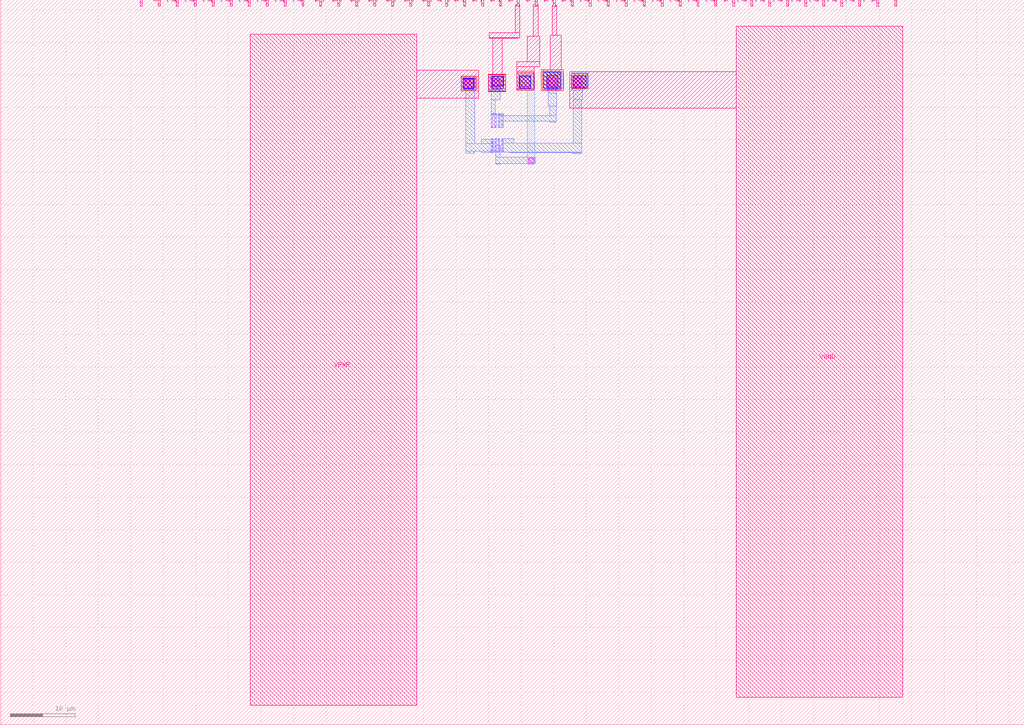
<source format=lef>
VERSION 5.7 ;
  NOWIREEXTENSIONATPIN ON ;
  DIVIDERCHAR "/" ;
  BUSBITCHARS "[]" ;
MACRO tt_um_matt_divider_test
  CLASS BLOCK ;
  FOREIGN tt_um_matt_divider_test ;
  ORIGIN 0.000 0.000 ;
  SIZE 157.320 BY 111.520 ;
  PIN clk
    DIRECTION INPUT ;
    USE SIGNAL ;
    PORT
      LAYER met4 ;
        RECT 134.630 110.520 134.930 111.520 ;
    END
  END clk
  PIN ena
    DIRECTION INPUT ;
    USE SIGNAL ;
    PORT
      LAYER met4 ;
        RECT 137.390 110.520 137.690 111.520 ;
    END
  END ena
  PIN rst_n
    DIRECTION INPUT ;
    USE SIGNAL ;
    PORT
      LAYER met4 ;
        RECT 131.870 110.520 132.170 111.520 ;
    END
  END rst_n
  PIN ui_in[0]
    DIRECTION INPUT ;
    USE SIGNAL ;
    PORT
      LAYER met4 ;
        RECT 129.110 110.520 129.410 111.520 ;
    END
  END ui_in[0]
  PIN ui_in[1]
    DIRECTION INPUT ;
    USE SIGNAL ;
    PORT
      LAYER met4 ;
        RECT 126.350 110.520 126.650 111.520 ;
    END
  END ui_in[1]
  PIN ui_in[2]
    DIRECTION INPUT ;
    USE SIGNAL ;
    PORT
      LAYER met4 ;
        RECT 123.590 110.520 123.890 111.520 ;
    END
  END ui_in[2]
  PIN ui_in[3]
    DIRECTION INPUT ;
    USE SIGNAL ;
    PORT
      LAYER met4 ;
        RECT 120.830 110.520 121.130 111.520 ;
    END
  END ui_in[3]
  PIN ui_in[4]
    DIRECTION INPUT ;
    USE SIGNAL ;
    PORT
      LAYER met4 ;
        RECT 118.070 110.520 118.370 111.520 ;
    END
  END ui_in[4]
  PIN ui_in[5]
    DIRECTION INPUT ;
    USE SIGNAL ;
    PORT
      LAYER met4 ;
        RECT 115.310 110.520 115.610 111.520 ;
    END
  END ui_in[5]
  PIN ui_in[6]
    DIRECTION INPUT ;
    USE SIGNAL ;
    PORT
      LAYER met4 ;
        RECT 112.550 110.520 112.850 111.520 ;
    END
  END ui_in[6]
  PIN ui_in[7]
    DIRECTION INPUT ;
    USE SIGNAL ;
    PORT
      LAYER met4 ;
        RECT 109.790 110.520 110.090 111.520 ;
    END
  END ui_in[7]
  PIN uio_in[0]
    DIRECTION INPUT ;
    USE SIGNAL ;
    PORT
      LAYER met4 ;
        RECT 107.030 110.520 107.330 111.520 ;
    END
  END uio_in[0]
  PIN uio_in[1]
    DIRECTION INPUT ;
    USE SIGNAL ;
    PORT
      LAYER met4 ;
        RECT 104.270 110.520 104.570 111.520 ;
    END
  END uio_in[1]
  PIN uio_in[2]
    DIRECTION INPUT ;
    USE SIGNAL ;
    PORT
      LAYER met4 ;
        RECT 101.510 110.520 101.810 111.520 ;
    END
  END uio_in[2]
  PIN uio_in[3]
    DIRECTION INPUT ;
    USE SIGNAL ;
    PORT
      LAYER met4 ;
        RECT 98.750 110.520 99.050 111.520 ;
    END
  END uio_in[3]
  PIN uio_in[4]
    DIRECTION INPUT ;
    USE SIGNAL ;
    PORT
      LAYER met4 ;
        RECT 95.990 110.520 96.290 111.520 ;
    END
  END uio_in[4]
  PIN uio_in[5]
    DIRECTION INPUT ;
    USE SIGNAL ;
    PORT
      LAYER met4 ;
        RECT 93.230 110.520 93.530 111.520 ;
    END
  END uio_in[5]
  PIN uio_in[6]
    DIRECTION INPUT ;
    USE SIGNAL ;
    PORT
      LAYER met4 ;
        RECT 90.470 110.520 90.770 111.520 ;
    END
  END uio_in[6]
  PIN uio_in[7]
    DIRECTION INPUT ;
    USE SIGNAL ;
    PORT
      LAYER met4 ;
        RECT 87.710 110.520 88.010 111.520 ;
    END
  END uio_in[7]
  PIN uio_oe[0]
    DIRECTION OUTPUT TRISTATE ;
    USE SIGNAL ;
    PORT
      LAYER met4 ;
        RECT 40.790 110.520 41.090 111.520 ;
    END
  END uio_oe[0]
  PIN uio_oe[1]
    DIRECTION OUTPUT TRISTATE ;
    USE SIGNAL ;
    PORT
      LAYER met4 ;
        RECT 38.030 110.520 38.330 111.520 ;
    END
  END uio_oe[1]
  PIN uio_oe[2]
    DIRECTION OUTPUT TRISTATE ;
    USE SIGNAL ;
    PORT
      LAYER met4 ;
        RECT 35.270 110.520 35.570 111.520 ;
    END
  END uio_oe[2]
  PIN uio_oe[3]
    DIRECTION OUTPUT TRISTATE ;
    USE SIGNAL ;
    PORT
      LAYER met4 ;
        RECT 32.510 110.520 32.810 111.520 ;
    END
  END uio_oe[3]
  PIN uio_oe[4]
    DIRECTION OUTPUT TRISTATE ;
    USE SIGNAL ;
    PORT
      LAYER met4 ;
        RECT 29.750 110.520 30.050 111.520 ;
    END
  END uio_oe[4]
  PIN uio_oe[5]
    DIRECTION OUTPUT TRISTATE ;
    USE SIGNAL ;
    PORT
      LAYER met4 ;
        RECT 26.990 110.520 27.290 111.520 ;
    END
  END uio_oe[5]
  PIN uio_oe[6]
    DIRECTION OUTPUT TRISTATE ;
    USE SIGNAL ;
    PORT
      LAYER met4 ;
        RECT 24.230 110.520 24.530 111.520 ;
    END
  END uio_oe[6]
  PIN uio_oe[7]
    DIRECTION OUTPUT TRISTATE ;
    USE SIGNAL ;
    PORT
      LAYER met4 ;
        RECT 21.470 110.520 21.770 111.520 ;
    END
  END uio_oe[7]
  PIN uio_out[0]
    DIRECTION OUTPUT TRISTATE ;
    USE SIGNAL ;
    PORT
      LAYER met4 ;
        RECT 62.870 110.520 63.170 111.520 ;
    END
  END uio_out[0]
  PIN uio_out[1]
    DIRECTION OUTPUT TRISTATE ;
    USE SIGNAL ;
    PORT
      LAYER met4 ;
        RECT 60.110 110.520 60.410 111.520 ;
    END
  END uio_out[1]
  PIN uio_out[2]
    DIRECTION OUTPUT TRISTATE ;
    USE SIGNAL ;
    PORT
      LAYER met4 ;
        RECT 57.350 110.520 57.650 111.520 ;
    END
  END uio_out[2]
  PIN uio_out[3]
    DIRECTION OUTPUT TRISTATE ;
    USE SIGNAL ;
    PORT
      LAYER met4 ;
        RECT 54.590 110.520 54.890 111.520 ;
    END
  END uio_out[3]
  PIN uio_out[4]
    DIRECTION OUTPUT TRISTATE ;
    USE SIGNAL ;
    PORT
      LAYER met4 ;
        RECT 51.830 110.520 52.130 111.520 ;
    END
  END uio_out[4]
  PIN uio_out[5]
    DIRECTION OUTPUT TRISTATE ;
    USE SIGNAL ;
    PORT
      LAYER met4 ;
        RECT 49.070 110.520 49.370 111.520 ;
    END
  END uio_out[5]
  PIN uio_out[6]
    DIRECTION OUTPUT TRISTATE ;
    USE SIGNAL ;
    PORT
      LAYER met4 ;
        RECT 46.310 110.520 46.610 111.520 ;
    END
  END uio_out[6]
  PIN uio_out[7]
    DIRECTION OUTPUT TRISTATE ;
    USE SIGNAL ;
    PORT
      LAYER met4 ;
        RECT 43.550 110.520 43.850 111.520 ;
    END
  END uio_out[7]
  PIN uo_out[0]
    DIRECTION OUTPUT TRISTATE ;
    USE SIGNAL ;
    PORT
      LAYER met4 ;
        RECT 84.950 110.520 85.250 111.520 ;
    END
  END uo_out[0]
  PIN uo_out[1]
    DIRECTION OUTPUT TRISTATE ;
    USE SIGNAL ;
    PORT
      LAYER met4 ;
        RECT 82.190 110.520 82.490 111.520 ;
    END
  END uo_out[1]
  PIN uo_out[2]
    DIRECTION OUTPUT TRISTATE ;
    USE SIGNAL ;
    PORT
      LAYER met4 ;
        RECT 79.430 110.520 79.730 111.520 ;
    END
  END uo_out[2]
  PIN uo_out[3]
    DIRECTION OUTPUT TRISTATE ;
    USE SIGNAL ;
    PORT
      LAYER met4 ;
        RECT 76.670 110.520 76.970 111.520 ;
    END
  END uo_out[3]
  PIN uo_out[4]
    DIRECTION OUTPUT TRISTATE ;
    USE SIGNAL ;
    PORT
      LAYER met4 ;
        RECT 73.910 110.520 74.210 111.520 ;
    END
  END uo_out[4]
  PIN uo_out[5]
    DIRECTION OUTPUT TRISTATE ;
    USE SIGNAL ;
    PORT
      LAYER met4 ;
        RECT 71.150 110.520 71.450 111.520 ;
    END
  END uo_out[5]
  PIN uo_out[6]
    DIRECTION OUTPUT TRISTATE ;
    USE SIGNAL ;
    PORT
      LAYER met4 ;
        RECT 68.390 110.520 68.690 111.520 ;
    END
  END uo_out[6]
  PIN uo_out[7]
    DIRECTION OUTPUT TRISTATE ;
    USE SIGNAL ;
    PORT
      LAYER met4 ;
        RECT 65.630 110.520 65.930 111.520 ;
    END
  END uo_out[7]
  PIN VPWR
    USE POWER ;
    PORT
      LAYER met4 ;
        RECT 38.360 2.990 63.950 106.180 ;
    END
  END VPWR
  PIN VGND
    USE GROUND ;
    PORT
      LAYER met4 ;
        RECT 113.050 4.240 138.640 107.430 ;
    END
  END VGND
  OBS
      LAYER li1 ;
        RECT 75.340 93.730 75.670 93.900 ;
        RECT 75.880 93.730 76.210 93.900 ;
        RECT 76.420 93.730 76.750 93.900 ;
        RECT 76.960 93.730 77.290 93.900 ;
        RECT 75.420 91.915 75.590 93.730 ;
        RECT 75.960 91.915 76.130 93.730 ;
        RECT 76.500 91.915 76.670 93.730 ;
        RECT 77.040 91.915 77.210 93.730 ;
        RECT 75.420 88.280 75.590 90.095 ;
        RECT 75.960 88.280 76.130 90.095 ;
        RECT 76.500 88.280 76.670 90.095 ;
        RECT 77.040 88.280 77.210 90.095 ;
        RECT 75.340 88.110 75.670 88.280 ;
        RECT 75.880 88.110 76.210 88.280 ;
        RECT 76.420 88.110 76.750 88.280 ;
        RECT 76.960 88.110 77.290 88.280 ;
      LAYER mcon ;
        RECT 75.420 88.110 75.590 90.095 ;
        RECT 75.960 88.110 76.130 90.095 ;
        RECT 76.500 88.110 76.670 90.095 ;
        RECT 77.040 88.110 77.210 90.095 ;
      LAYER met1 ;
        RECT 71.170 97.660 72.930 99.690 ;
        RECT 75.280 98.330 77.040 99.690 ;
        RECT 75.280 97.660 76.790 98.330 ;
        RECT 83.940 97.740 85.700 99.770 ;
        RECT 71.500 89.380 72.850 97.660 ;
        RECT 75.360 96.130 76.760 97.660 ;
        RECT 84.190 97.140 85.400 97.740 ;
        RECT 87.700 97.610 89.460 99.640 ;
        RECT 75.380 93.960 75.980 96.130 ;
        RECT 84.190 95.150 85.450 97.140 ;
        RECT 87.990 96.180 89.380 97.610 ;
        RECT 75.380 93.920 76.160 93.960 ;
        RECT 76.470 93.930 76.700 93.960 ;
        RECT 77.010 93.930 77.240 93.960 ;
        RECT 75.360 91.860 76.170 93.920 ;
        RECT 76.450 93.710 77.260 93.930 ;
        RECT 84.360 93.710 85.370 95.150 ;
        RECT 76.450 92.860 85.390 93.710 ;
        RECT 76.450 91.870 77.260 92.860 ;
        RECT 84.360 92.660 85.370 92.860 ;
        RECT 75.390 91.855 75.620 91.860 ;
        RECT 75.930 91.855 76.160 91.860 ;
        RECT 76.470 91.855 76.700 91.870 ;
        RECT 77.010 91.855 77.240 91.870 ;
        RECT 75.390 90.080 75.620 90.155 ;
        RECT 75.930 90.130 76.160 90.155 ;
        RECT 76.470 90.130 76.700 90.155 ;
        RECT 77.010 90.140 77.240 90.155 ;
        RECT 73.870 89.380 75.690 90.080 ;
        RECT 71.500 88.220 75.690 89.380 ;
        RECT 71.500 87.960 72.850 88.220 ;
        RECT 73.870 88.000 75.690 88.220 ;
        RECT 75.930 89.050 76.740 90.130 ;
        RECT 77.010 89.450 78.850 90.140 ;
        RECT 87.990 89.450 89.340 96.180 ;
        RECT 75.930 88.050 76.760 89.050 ;
        RECT 77.010 88.060 89.340 89.450 ;
        RECT 77.010 88.050 77.240 88.060 ;
        RECT 76.060 87.290 76.760 88.050 ;
        RECT 78.200 88.010 89.340 88.060 ;
        RECT 87.990 87.880 89.340 88.010 ;
        RECT 76.060 86.320 82.160 87.290 ;
        RECT 76.060 86.260 76.760 86.320 ;
      LAYER via ;
        RECT 71.320 97.940 72.780 99.320 ;
        RECT 75.480 98.080 76.740 99.370 ;
        RECT 84.140 98.260 85.400 99.550 ;
        RECT 88.000 98.160 89.260 99.450 ;
        RECT 81.170 86.470 81.940 87.140 ;
      LAYER met2 ;
        RECT 70.700 97.440 73.350 99.840 ;
        RECT 75.010 97.610 77.660 100.010 ;
        RECT 79.440 98.780 82.090 100.060 ;
        RECT 79.440 97.660 82.120 98.780 ;
        RECT 83.860 97.860 86.510 100.260 ;
        RECT 87.670 97.890 90.320 100.290 ;
        RECT 80.910 86.260 82.120 97.660 ;
      LAYER via2 ;
        RECT 71.080 97.880 72.780 99.440 ;
        RECT 75.580 98.200 77.290 99.750 ;
        RECT 79.760 98.150 81.470 99.700 ;
        RECT 84.000 98.070 85.600 99.930 ;
        RECT 88.000 98.010 89.980 99.820 ;
      LAYER met3 ;
        RECT 70.850 97.630 73.090 99.670 ;
        RECT 74.930 97.370 77.590 100.010 ;
        RECT 79.320 97.600 81.960 100.290 ;
        RECT 83.300 97.680 86.190 100.520 ;
        RECT 87.770 97.830 90.240 100.130 ;
      LAYER via3 ;
        RECT 71.070 97.850 72.690 99.340 ;
        RECT 75.500 97.860 77.260 99.750 ;
        RECT 79.710 97.940 81.470 99.830 ;
        RECT 83.480 97.910 85.990 100.390 ;
        RECT 88.000 98.010 89.980 99.820 ;
      LAYER met4 ;
        RECT 79.050 110.520 79.430 110.730 ;
        RECT 79.730 110.520 79.810 110.730 ;
        RECT 75.600 106.440 77.100 106.460 ;
        RECT 79.050 106.440 79.810 110.520 ;
        RECT 75.110 105.690 79.810 106.440 ;
        RECT 81.880 110.520 82.190 110.790 ;
        RECT 82.490 110.520 82.640 110.790 ;
        RECT 81.880 105.890 82.640 110.520 ;
        RECT 84.740 110.520 84.950 110.690 ;
        RECT 85.250 110.520 85.500 110.690 ;
        RECT 84.740 106.100 85.500 110.520 ;
        RECT 75.110 105.610 79.550 105.690 ;
        RECT 63.950 96.370 73.460 100.660 ;
        RECT 75.600 100.080 77.100 105.610 ;
        RECT 80.920 101.970 82.860 105.890 ;
        RECT 79.320 101.220 82.860 101.970 ;
        RECT 79.320 100.520 81.980 101.220 ;
        RECT 84.490 100.750 86.190 106.100 ;
        RECT 74.930 97.420 77.620 100.080 ;
        RECT 79.300 97.860 81.990 100.520 ;
        RECT 83.090 97.550 86.500 100.750 ;
        RECT 87.460 94.840 113.050 100.460 ;
  END
END tt_um_matt_divider_test
END LIBRARY


</source>
